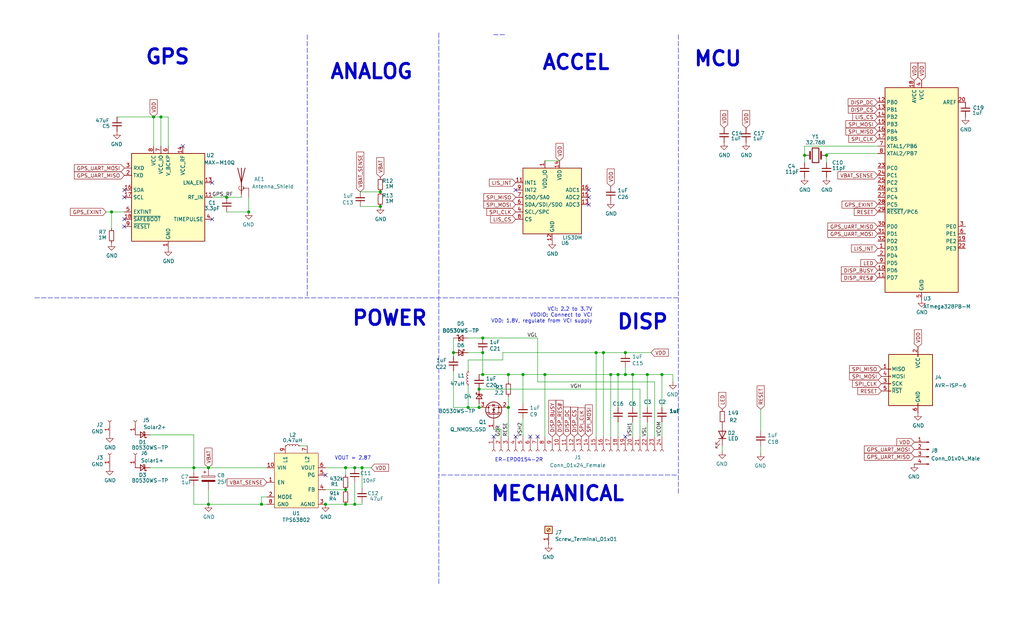
<source format=kicad_sch>
(kicad_sch (version 20211123) (generator eeschema)
  (paper "USLegal")
  (lib_symbols
    (symbol "Connector:AVR-ISP-6" (pin_names (offset 1.016))
      (property "Reference" "J" (at -6.35 11.43 0))
      (property "Value" "AVR-ISP-6" (at 0 11.43 0))
      (symbol "AVR-ISP-6_1_1"
        (pin passive line (at 10.16 5.08 180) (length 2.54) (name "MISO") (number "1"))
        (pin passive line (at -2.54 12.7 270) (length 2.54) (name "VCC") (number "2"))
        (pin passive line (at 10.16 0 180) (length 2.54) (name "SCK") (number "3"))
        (pin passive line (at 10.16 2.54 180) (length 2.54) (name "MOSI") (number "4"))
        (pin passive line (at 10.16 -2.54 180) (length 2.54) (name "~{RST}") (number "5"))
        (pin passive line (at -2.54 -10.16 90) (length 2.54) (name "GND") (number "6"))
      )
    )
    (symbol "Connector:Conn_01x01_Female" (pin_names (offset 1.016) hide)
      (property "Reference" "J" (at 0 2.54 0))
      (property "Value" "Conn_01x01_Female" (at 0 -2.54 0))
      (symbol "Conn_01x01_Female_1_1"
        (pin passive line (at -5.08 0 0) (length 3.81) (name "Pin_1") (number "1"))
      )
    )
    (symbol "Connector:Conn_01x04_Male" (pin_names (offset 1.016) hide)
      (property "Reference" "J" (at 0 5.08 0))
      (property "Value" "Conn_01x04_Male" (at 0 -7.62 0))
      (symbol "Conn_01x04_Male_1_1"
        (pin passive line (at 5.08 2.54 180) (length 3.81) (name "Pin_1") (number "1"))
        (pin passive line (at 5.08 0 180) (length 3.81) (name "Pin_2") (number "2"))
        (pin passive line (at 5.08 -2.54 180) (length 3.81) (name "Pin_3") (number "3"))
        (pin passive line (at 5.08 -5.08 180) (length 3.81) (name "Pin_4") (number "4"))
      )
    )
    (symbol "Connector:Conn_01x24_Female" (pin_names (offset 1.016) hide)
      (property "Reference" "J" (at 0 30.48 0))
      (property "Value" "Conn_01x24_Female" (at 0 -33.02 0))
      (symbol "Conn_01x24_Female_1_1"
        (pin passive line (at -5.08 27.94 0) (length 3.81) (name "Pin_1") (number "1"))
        (pin passive line (at -5.08 5.08 0) (length 3.81) (name "Pin_10") (number "10"))
        (pin passive line (at -5.08 2.54 0) (length 3.81) (name "Pin_11") (number "11"))
        (pin passive line (at -5.08 0 0) (length 3.81) (name "Pin_12") (number "12"))
        (pin passive line (at -5.08 -2.54 0) (length 3.81) (name "Pin_13") (number "13"))
        (pin passive line (at -5.08 -5.08 0) (length 3.81) (name "Pin_14") (number "14"))
        (pin passive line (at -5.08 -7.62 0) (length 3.81) (name "Pin_15") (number "15"))
        (pin passive line (at -5.08 -10.16 0) (length 3.81) (name "Pin_16") (number "16"))
        (pin passive line (at -5.08 -12.7 0) (length 3.81) (name "Pin_17") (number "17"))
        (pin passive line (at -5.08 -15.24 0) (length 3.81) (name "Pin_18") (number "18"))
        (pin passive line (at -5.08 -17.78 0) (length 3.81) (name "Pin_19") (number "19"))
        (pin passive line (at -5.08 25.4 0) (length 3.81) (name "Pin_2") (number "2"))
        (pin passive line (at -5.08 -20.32 0) (length 3.81) (name "Pin_20") (number "20"))
        (pin passive line (at -5.08 -22.86 0) (length 3.81) (name "Pin_21") (number "21"))
        (pin passive line (at -5.08 -25.4 0) (length 3.81) (name "Pin_22") (number "22"))
        (pin passive line (at -5.08 -27.94 0) (length 3.81) (name "Pin_23") (number "23"))
        (pin passive line (at -5.08 -30.48 0) (length 3.81) (name "Pin_24") (number "24"))
        (pin passive line (at -5.08 22.86 0) (length 3.81) (name "Pin_3") (number "3"))
        (pin passive line (at -5.08 20.32 0) (length 3.81) (name "Pin_4") (number "4"))
        (pin passive line (at -5.08 17.78 0) (length 3.81) (name "Pin_5") (number "5"))
        (pin passive line (at -5.08 15.24 0) (length 3.81) (name "Pin_6") (number "6"))
        (pin passive line (at -5.08 12.7 0) (length 3.81) (name "Pin_7") (number "7"))
        (pin passive line (at -5.08 10.16 0) (length 3.81) (name "Pin_8") (number "8"))
        (pin passive line (at -5.08 7.62 0) (length 3.81) (name "Pin_9") (number "9"))
      )
    )
    (symbol "Connector:Screw_Terminal_01x01" (pin_names (offset 1.016) hide)
      (property "Reference" "J" (at 0 2.54 0))
      (property "Value" "Screw_Terminal_01x01" (at 0 -2.54 0))
      (symbol "Screw_Terminal_01x01_1_1"
        (pin passive line (at -5.08 0 0) (length 3.81) (name "Pin_1") (number "1"))
      )
    )
    (symbol "Device:Antenna_Shield" (pin_numbers hide) (pin_names (offset 1.016) hide)
      (property "Reference" "AE" (at -1.905 4.445 0))
      (property "Value" "Antenna_Shield" (at -1.905 2.54 0))
      (symbol "Antenna_Shield_1_1"
        (pin input line (at 0 -5.08 90) (length 2.54) (name "A") (number "1"))
        (pin input line (at 2.54 -5.08 90) (length 2.54) (name "Shield") (number "2"))
      )
    )
    (symbol "Device:CP" (pin_numbers hide) (pin_names (offset 0.254))
      (property "Reference" "C" (at 0.635 2.54 0))
      (property "Value" "Device_CP" (at 0.635 -2.54 0))
      (symbol "CP_1_1"
        (pin passive line (at 0 3.81 270) (length 2.794) (name "~") (number "1"))
        (pin passive line (at 0 -3.81 90) (length 2.794) (name "~") (number "2"))
      )
    )
    (symbol "Device:C_Small" (pin_numbers hide) (pin_names (offset 0.254) hide)
      (property "Reference" "C" (at 0.254 1.778 0))
      (property "Value" "C_Small" (at 0.254 -2.032 0))
      (symbol "C_Small_1_1"
        (pin passive line (at 0 2.54 270) (length 2.032) (name "~") (number "1"))
        (pin passive line (at 0 -2.54 90) (length 2.032) (name "~") (number "2"))
      )
    )
    (symbol "Device:Crystal" (pin_numbers hide) (pin_names (offset 1.016) hide)
      (property "Reference" "Y" (at 0 3.81 0))
      (property "Value" "Crystal" (at 0 -3.81 0))
      (symbol "Crystal_1_1"
        (pin passive line (at -3.81 0 0) (length 1.27) (name "1") (number "1"))
        (pin passive line (at 3.81 0 180) (length 1.27) (name "2") (number "2"))
      )
    )
    (symbol "Device:D_Schottky_Small" (pin_numbers hide) (pin_names (offset 0.254) hide)
      (property "Reference" "D" (at -1.27 2.032 0))
      (property "Value" "D_Schottky_Small" (at -7.112 -2.032 0))
      (symbol "D_Schottky_Small_1_1"
        (pin passive line (at -2.54 0 0) (length 1.778) (name "K") (number "1"))
        (pin passive line (at 2.54 0 180) (length 1.778) (name "A") (number "2"))
      )
    )
    (symbol "Device:LED" (pin_numbers hide) (pin_names (offset 1.016) hide)
      (property "Reference" "D" (at 0 2.54 0))
      (property "Value" "LED" (at 0 -2.54 0))
      (symbol "LED_1_1"
        (pin passive line (at -3.81 0 0) (length 2.54) (name "K") (number "1"))
        (pin passive line (at 3.81 0 180) (length 2.54) (name "A") (number "2"))
      )
    )
    (symbol "Device:L_Small" (pin_numbers hide) (pin_names (offset 0.254) hide)
      (property "Reference" "L" (at 0.762 1.016 0))
      (property "Value" "L_Small" (at 0.762 -1.016 0))
      (symbol "L_Small_1_1"
        (pin passive line (at 0 2.54 270) (length 0.508) (name "~") (number "1"))
        (pin passive line (at 0 -2.54 90) (length 0.508) (name "~") (number "2"))
      )
    )
    (symbol "Device:Q_NMOS_GSD" (pin_names (offset 0) hide)
      (property "Reference" "Q" (at 5.08 1.27 0))
      (property "Value" "Q_NMOS_GSD" (at 5.08 -1.27 0))
      (symbol "Q_NMOS_GSD_1_1"
        (pin input line (at -5.08 0 0) (length 2.54) (name "G") (number "1"))
        (pin passive line (at 2.54 -5.08 90) (length 2.54) (name "S") (number "2"))
        (pin passive line (at 2.54 5.08 270) (length 2.54) (name "D") (number "3"))
      )
    )
    (symbol "Device:R_Small" (pin_numbers hide) (pin_names (offset 0.254) hide)
      (property "Reference" "R" (at 0.762 0.508 0))
      (property "Value" "R_Small" (at 0.762 -1.016 0))
      (symbol "R_Small_1_1"
        (pin passive line (at 0 2.54 270) (length 0.762) (name "~") (number "1"))
        (pin passive line (at 0 -2.54 90) (length 0.762) (name "~") (number "2"))
      )
    )
    (symbol "MCU_Microchip_ATmega:ATmega328PB-M"
      (property "Reference" "U" (at -12.7 36.83 0))
      (property "Value" "ATmega328PB-M" (at 2.54 -36.83 0))
      (symbol "ATmega328PB-M_1_1"
        (pin bidirectional line (at 15.24 -20.32 180) (length 2.54) (name "PD3") (number "1"))
        (pin bidirectional line (at 15.24 -27.94 180) (length 2.54) (name "PD6") (number "10"))
        (pin bidirectional line (at 15.24 -30.48 180) (length 2.54) (name "PD7") (number "11"))
        (pin bidirectional line (at 15.24 30.48 180) (length 2.54) (name "PB0") (number "12"))
        (pin bidirectional line (at 15.24 27.94 180) (length 2.54) (name "PB1") (number "13"))
        (pin bidirectional line (at 15.24 25.4 180) (length 2.54) (name "PB2") (number "14"))
        (pin bidirectional line (at 15.24 22.86 180) (length 2.54) (name "PB3") (number "15"))
        (pin bidirectional line (at 15.24 20.32 180) (length 2.54) (name "PB4") (number "16"))
        (pin bidirectional line (at 15.24 17.78 180) (length 2.54) (name "PB5") (number "17"))
        (pin power_in line (at 2.54 38.1 270) (length 2.54) (name "AVCC") (number "18"))
        (pin bidirectional line (at -15.24 -17.78 0) (length 2.54) (name "PE2") (number "19"))
        (pin bidirectional line (at 15.24 -22.86 180) (length 2.54) (name "PD4") (number "2"))
        (pin passive line (at -15.24 30.48 0) (length 2.54) (name "AREF") (number "20"))
        (pin passive line (at 0 -38.1 90) (length 2.54) hide (name "GND") (number "21"))
        (pin bidirectional line (at -15.24 -20.32 0) (length 2.54) (name "PE3") (number "22"))
        (pin bidirectional line (at 15.24 7.62 180) (length 2.54) (name "PC0") (number "23"))
        (pin bidirectional line (at 15.24 5.08 180) (length 2.54) (name "PC1") (number "24"))
        (pin bidirectional line (at 15.24 2.54 180) (length 2.54) (name "PC2") (number "25"))
        (pin bidirectional line (at 15.24 0 180) (length 2.54) (name "PC3") (number "26"))
        (pin bidirectional line (at 15.24 -2.54 180) (length 2.54) (name "PC4") (number "27"))
        (pin bidirectional line (at 15.24 -5.08 180) (length 2.54) (name "PC5") (number "28"))
        (pin bidirectional line (at 15.24 -7.62 180) (length 2.54) (name "~{RESET}/PC6") (number "29"))
        (pin bidirectional line (at -15.24 -12.7 0) (length 2.54) (name "PE0") (number "3"))
        (pin bidirectional line (at 15.24 -12.7 180) (length 2.54) (name "PD0") (number "30"))
        (pin bidirectional line (at 15.24 -15.24 180) (length 2.54) (name "PD1") (number "31"))
        (pin bidirectional line (at 15.24 -17.78 180) (length 2.54) (name "PD2") (number "32"))
        (pin passive line (at 0 -38.1 90) (length 2.54) hide (name "GND") (number "33"))
        (pin power_in line (at 0 38.1 270) (length 2.54) (name "VCC") (number "4"))
        (pin power_in line (at 0 -38.1 90) (length 2.54) (name "GND") (number "5"))
        (pin bidirectional line (at -15.24 -15.24 0) (length 2.54) (name "PE1") (number "6"))
        (pin bidirectional line (at 15.24 15.24 180) (length 2.54) (name "XTAL1/PB6") (number "7"))
        (pin bidirectional line (at 15.24 12.7 180) (length 2.54) (name "XTAL2/PB7") (number "8"))
        (pin bidirectional line (at 15.24 -25.4 180) (length 2.54) (name "PD5") (number "9"))
      )
    )
    (symbol "RF_GPS:MAX-M8Q"
      (property "Reference" "U" (at -10.16 16.51 0))
      (property "Value" "MAX-M8Q" (at 11.43 16.51 0))
      (symbol "MAX-M8Q_1_1"
        (pin power_in line (at 0 -17.78 90) (length 2.54) (name "GND") (number "1"))
        (pin passive line (at 0 -17.78 90) (length 2.54) hide (name "GND") (number "10"))
        (pin input line (at 15.24 0 180) (length 2.54) (name "RF_IN") (number "11"))
        (pin passive line (at 0 -17.78 90) (length 2.54) hide (name "GND") (number "12"))
        (pin output line (at 15.24 5.08 180) (length 2.54) (name "LNA_EN") (number "13"))
        (pin power_out line (at 5.08 17.78 270) (length 2.54) (name "VCC_RF") (number "14"))
        (pin no_connect line (at 12.7 -5.08 180) (length 2.54) hide (name "Reserved") (number "15"))
        (pin bidirectional line (at -15.24 2.54 0) (length 2.54) (name "SDA") (number "16"))
        (pin input line (at -15.24 0 0) (length 2.54) (name "SCL") (number "17"))
        (pin input line (at -15.24 -7.62 0) (length 2.54) (name "~{SAFEBOOT}") (number "18"))
        (pin output line (at -15.24 7.62 0) (length 2.54) (name "TXD") (number "2"))
        (pin input line (at -15.24 10.16 0) (length 2.54) (name "RXD") (number "3"))
        (pin output line (at 15.24 -7.62 180) (length 2.54) (name "TIMEPULSE") (number "4"))
        (pin input line (at -15.24 -5.08 0) (length 2.54) (name "EXTINT") (number "5"))
        (pin power_in line (at 0 17.78 270) (length 2.54) (name "V_BCKP") (number "6"))
        (pin power_in line (at -2.54 17.78 270) (length 2.54) (name "VCC_IO") (number "7"))
        (pin power_in line (at -5.08 17.78 270) (length 2.54) (name "VCC") (number "8"))
        (pin input line (at -15.24 -10.16 0) (length 2.54) (name "~{RESET}") (number "9"))
      )
    )
    (symbol "Sensor_Motion:LIS3DH"
      (property "Reference" "U" (at -7.62 11.43 0))
      (property "Value" "LIS3DH" (at 6.35 11.43 0))
      (symbol "LIS3DH_1_1"
        (pin power_in line (at -2.54 12.7 270) (length 2.54) (name "VDD_IO") (number "1"))
        (pin passive line (at 0 -15.24 90) (length 2.54) hide (name "GND") (number "10"))
        (pin output line (at -12.7 5.08 0) (length 2.54) (name "INT1") (number "11"))
        (pin power_in line (at 0 -15.24 90) (length 2.54) (name "GND") (number "12"))
        (pin input line (at 12.7 -2.54 180) (length 2.54) (name "ADC3") (number "13"))
        (pin power_in line (at 2.54 12.7 270) (length 2.54) (name "VDD") (number "14"))
        (pin input line (at 12.7 0 180) (length 2.54) (name "ADC2") (number "15"))
        (pin input line (at 12.7 2.54 180) (length 2.54) (name "ADC1") (number "16"))
        (pin no_connect line (at 10.16 5.08 180) (length 2.54) hide (name "NC") (number "2"))
        (pin no_connect line (at 10.16 7.62 180) (length 2.54) hide (name "NC") (number "3"))
        (pin input line (at -12.7 -5.08 0) (length 2.54) (name "SCL/SPC") (number "4"))
        (pin passive line (at 0 -15.24 90) (length 2.54) hide (name "GND") (number "5"))
        (pin bidirectional line (at -12.7 -2.54 0) (length 2.54) (name "SDA/SDI/SDO") (number "6"))
        (pin bidirectional line (at -12.7 0 0) (length 2.54) (name "SDO/SA0") (number "7"))
        (pin input line (at -12.7 -7.62 0) (length 2.54) (name "CS") (number "8"))
        (pin output line (at -12.7 2.54 0) (length 2.54) (name "INT2") (number "9"))
      )
    )
    (symbol "SolarGPS-rescue:TPS63802-VeridianDesigns" (pin_names (offset 1.016))
      (property "Reference" "U" (at -10.16 24.13 0))
      (property "Value" "TPS63802-VeridianDesigns" (at -6.35 26.67 0))
      (symbol "TPS63802-VeridianDesigns_1_1"
        (pin input line (at -2.54 8.89 0) (length 2.54) (name "EN") (number "1"))
        (pin input line (at -2.54 13.97 0) (length 2.54) (name "VIN") (number "10"))
        (pin input line (at -2.54 3.81 0) (length 2.54) (name "MODE") (number "2"))
        (pin input line (at 17.78 1.27 180) (length 2.54) (name "AGND") (number "3"))
        (pin input line (at 17.78 6.35 180) (length 2.54) (name "FB") (number "4"))
        (pin input line (at 17.78 11.43 180) (length 2.54) (name "PG") (number "5"))
        (pin input line (at 17.78 13.97 180) (length 2.54) (name "VOUT") (number "6"))
        (pin input line (at 11.43 21.59 270) (length 2.54) (name "L2") (number "7"))
        (pin input line (at -2.54 1.27 0) (length 2.54) (name "GND") (number "8"))
        (pin input line (at 3.81 21.59 270) (length 2.54) (name "L1") (number "9"))
      )
    )
    (symbol "power:GND" (power) (pin_names (offset 0))
      (property "Value" "GND" (at 0 -3.81 0))
      (symbol "GND_1_1"
        (pin power_in line (at 0 0 270) (length 0) hide (name "GND") (number "1"))
      )
    )
  )
  (junction (at 90.805 175.26))
  (junction (at 176.53 141.605))
  (junction (at 229.87 130.175))
  (junction (at 217.17 130.175))
  (junction (at 123.19 162.56))
  (junction (at 120.015 170.18))
  (junction (at 157.48 122.555))
  (junction (at 167.64 122.555))
  (junction (at 38.735 73.66))
  (junction (at 120.015 162.56))
  (junction (at 53.34 40.64))
  (junction (at 189.23 130.175))
  (junction (at 162.56 141.605))
  (junction (at 207.01 122.555))
  (junction (at 78.74 68.58))
  (junction (at 167.64 130.175))
  (junction (at 125.73 162.56))
  (junction (at 176.53 130.175))
  (junction (at 287.02 53.975))
  (junction (at 209.55 122.555))
  (junction (at 279.4 53.975))
  (junction (at 214.63 130.175))
  (junction (at 167.64 117.475))
  (junction (at 55.88 40.64))
  (junction (at 219.71 130.175))
  (junction (at 132.08 71.755))
  (junction (at 86.36 73.66))
  (junction (at 224.79 130.175))
  (junction (at 181.61 130.175))
  (junction (at 132.08 66.675))
  (junction (at 120.015 175.26))
  (junction (at 166.37 135.255))
  (junction (at 67.31 162.56))
  (junction (at 72.39 175.26))
  (junction (at 113.03 175.26))
  (junction (at 123.19 175.26))
  (junction (at 217.17 122.555))
  (junction (at 166.37 141.605))
  (junction (at 212.09 130.175))
  (junction (at 72.39 162.56))
  (no_connect (at 43.18 68.58))
  (no_connect (at 73.66 63.5))
  (no_connect (at 171.45 151.765))
  (no_connect (at 63.5 50.8))
  (no_connect (at 184.15 151.765))
  (no_connect (at 186.69 151.765))
  (no_connect (at 43.18 76.2))
  (no_connect (at 204.47 71.12))
  (no_connect (at 113.03 165.1))
  (no_connect (at 204.47 68.58))
  (no_connect (at 179.07 66.04))
  (no_connect (at 204.47 66.04))
  (no_connect (at 43.18 78.74))
  (no_connect (at 179.07 151.765))
  (no_connect (at 217.17 151.765))
  (no_connect (at 43.18 66.04))
  (no_connect (at 73.66 76.2))
  (wire (pts (xy 217.17 122.555) (xy 209.55 122.555)))
  (wire (pts (xy 174.625 122.555) (xy 174.625 125.095)))
  (wire (pts (xy 279.4 50.8) (xy 304.8 50.8)))
  (wire (pts (xy 233.68 130.175) (xy 229.87 130.175)))
  (wire (pts (xy 90.805 172.72) (xy 90.805 175.26)))
  (wire (pts (xy 186.69 132.715) (xy 227.33 132.715)))
  (wire (pts (xy 167.64 117.475) (xy 162.56 117.475)))
  (wire (pts (xy 128.905 162.56) (xy 125.73 162.56)))
  (wire (pts (xy 207.01 151.765) (xy 207.01 122.555)))
  (wire (pts (xy 209.55 122.555) (xy 207.01 122.555)))
  (wire (pts (xy 287.02 53.34) (xy 304.8 53.34)))
  (wire (pts (xy 123.19 162.56) (xy 120.015 162.56)))
  (wire (pts (xy 229.87 130.175) (xy 229.87 141.605)))
  (wire (pts (xy 250.825 156.845) (xy 250.825 154.94)))
  (wire (pts (xy 78.74 73.66) (xy 86.36 73.66)))
  (wire (pts (xy 173.99 149.225) (xy 173.99 151.765)))
  (wire (pts (xy 214.63 130.175) (xy 212.09 130.175)))
  (wire (pts (xy 166.37 141.605) (xy 166.37 140.335)))
  (wire (pts (xy 38.735 73.66) (xy 38.735 79.375)))
  (wire (pts (xy 207.01 122.555) (xy 174.625 122.555)))
  (wire (pts (xy 212.09 130.175) (xy 189.23 130.175)))
  (wire (pts (xy 171.45 149.225) (xy 173.99 149.225)))
  (wire (pts (xy 67.31 168.91) (xy 67.31 175.26)))
  (wire (pts (xy 176.53 130.175) (xy 176.53 132.715)))
  (wire (pts (xy 120.015 165.1) (xy 120.015 162.56)))
  (wire (pts (xy 219.71 130.175) (xy 217.17 130.175)))
  (wire (pts (xy 123.19 175.26) (xy 125.73 175.26)))
  (wire (pts (xy 157.48 117.475) (xy 157.48 122.555)))
  (wire (pts (xy 167.64 130.175) (xy 166.37 130.175)))
  (wire (pts (xy 233.68 130.175) (xy 233.68 132.715)))
  (wire (pts (xy 157.48 141.605) (xy 162.56 141.605)))
  (wire (pts (xy 36.83 73.66) (xy 38.735 73.66)))
  (wire (pts (xy 72.39 162.56) (xy 67.31 162.56)))
  (wire (pts (xy 181.61 130.175) (xy 181.61 140.335)))
  (wire (pts (xy 113.03 170.18) (xy 120.015 170.18)))
  (wire (pts (xy 167.64 122.555) (xy 162.56 122.555)))
  (wire (pts (xy 209.55 122.555) (xy 209.55 151.765)))
  (wire (pts (xy 53.34 40.64) (xy 40.64 40.64)))
  (polyline (pts (xy 12.065 103.505) (xy 235.585 103.505)))
  (wire (pts (xy 52.07 151.13) (xy 67.31 151.13)))
  (wire (pts (xy 120.015 175.26) (xy 123.19 175.26)))
  (wire (pts (xy 167.64 122.555) (xy 167.64 130.175)))
  (wire (pts (xy 125.73 169.545) (xy 125.73 162.56)))
  (wire (pts (xy 123.19 167.64) (xy 123.19 175.26)))
  (wire (pts (xy 58.42 50.8) (xy 58.42 40.64)))
  (wire (pts (xy 224.79 146.685) (xy 224.79 151.765)))
  (wire (pts (xy 186.69 117.475) (xy 167.64 117.475)))
  (wire (pts (xy 217.17 127.635) (xy 217.17 130.175)))
  (wire (pts (xy 264.16 142.24) (xy 264.16 149.86)))
  (wire (pts (xy 55.88 40.64) (xy 53.34 40.64)))
  (wire (pts (xy 219.71 130.175) (xy 219.71 141.605)))
  (wire (pts (xy 73.66 68.58) (xy 78.74 68.58)))
  (wire (pts (xy 186.69 117.475) (xy 186.69 132.715)))
  (wire (pts (xy 189.23 130.175) (xy 181.61 130.175)))
  (wire (pts (xy 264.16 154.94) (xy 264.16 157.48)))
  (polyline (pts (xy 234.95 165.1) (xy 152.4 165.1)))
  (wire (pts (xy 279.4 50.8) (xy 279.4 53.975)))
  (wire (pts (xy 90.805 175.26) (xy 92.71 175.26)))
  (wire (pts (xy 229.87 130.175) (xy 224.79 130.175)))
  (wire (pts (xy 227.33 151.765) (xy 227.33 132.715)))
  (wire (pts (xy 125.095 66.675) (xy 132.08 66.675)))
  (wire (pts (xy 86.36 73.66) (xy 86.36 68.58)))
  (wire (pts (xy 38.735 73.66) (xy 43.18 73.66)))
  (wire (pts (xy 72.39 162.56) (xy 92.71 162.56)))
  (wire (pts (xy 52.07 162.56) (xy 67.31 162.56)))
  (wire (pts (xy 67.31 151.13) (xy 67.31 162.56)))
  (wire (pts (xy 53.34 40.64) (xy 53.34 50.8)))
  (wire (pts (xy 90.805 172.72) (xy 92.71 172.72)))
  (wire (pts (xy 113.03 175.26) (xy 120.015 175.26)))
  (wire (pts (xy 219.71 146.685) (xy 219.71 151.765)))
  (polyline (pts (xy 235.585 171.45) (xy 235.585 12.065)))
  (polyline (pts (xy 152.4 11.43) (xy 152.4 203.2)))
  (wire (pts (xy 214.63 130.175) (xy 214.63 141.605)))
  (polyline (pts (xy 106.68 12.065) (xy 106.68 103.505)))
  (wire (pts (xy 217.17 130.175) (xy 214.63 130.175)))
  (wire (pts (xy 181.61 130.175) (xy 176.53 130.175)))
  (wire (pts (xy 189.23 130.175) (xy 189.23 151.765)))
  (wire (pts (xy 58.42 40.64) (xy 55.88 40.64)))
  (wire (pts (xy 157.48 128.905) (xy 157.48 141.605)))
  (wire (pts (xy 222.25 135.255) (xy 222.25 151.765)))
  (wire (pts (xy 162.56 125.095) (xy 162.56 128.905)))
  (polyline (pts (xy 175.26 12.065) (xy 171.45 12.065)))
  (wire (pts (xy 229.87 146.685) (xy 229.87 151.765)))
  (wire (pts (xy 287.02 53.975) (xy 287.02 56.515)))
  (wire (pts (xy 67.31 162.56) (xy 67.31 163.83)))
  (wire (pts (xy 167.64 130.175) (xy 176.53 130.175)))
  (wire (pts (xy 222.25 135.255) (xy 166.37 135.255)))
  (wire (pts (xy 226.06 122.555) (xy 217.17 122.555)))
  (wire (pts (xy 67.31 175.26) (xy 72.39 175.26)))
  (wire (pts (xy 287.02 53.34) (xy 287.02 53.975)))
  (wire (pts (xy 157.48 122.555) (xy 157.48 123.825)))
  (wire (pts (xy 279.4 53.975) (xy 279.4 56.515)))
  (wire (pts (xy 72.39 175.26) (xy 90.805 175.26)))
  (wire (pts (xy 120.015 162.56) (xy 113.03 162.56)))
  (wire (pts (xy 176.53 141.605) (xy 176.53 151.765)))
  (wire (pts (xy 212.09 130.175) (xy 212.09 151.765)))
  (wire (pts (xy 162.56 133.985) (xy 162.56 141.605)))
  (wire (pts (xy 166.37 141.605) (xy 162.56 141.605)))
  (wire (pts (xy 194.31 55.88) (xy 189.23 55.88)))
  (wire (pts (xy 72.39 170.18) (xy 72.39 175.26)))
  (wire (pts (xy 125.095 71.755) (xy 132.08 71.755)))
  (wire (pts (xy 181.61 145.415) (xy 181.61 151.765)))
  (wire (pts (xy 174.625 125.095) (xy 162.56 125.095)))
  (wire (pts (xy 78.74 68.58) (xy 83.82 68.58)))
  (wire (pts (xy 125.73 175.26) (xy 125.73 174.625)))
  (wire (pts (xy 125.73 162.56) (xy 123.19 162.56)))
  (wire (pts (xy 176.53 137.795) (xy 176.53 141.605)))
  (wire (pts (xy 214.63 146.685) (xy 214.63 151.765)))
  (wire (pts (xy 55.88 40.64) (xy 55.88 50.8)))
  (wire (pts (xy 224.79 130.175) (xy 219.71 130.175)))
  (wire (pts (xy 224.79 130.175) (xy 224.79 141.605)))
  (wire (pts (xy 104.14 154.94) (xy 106.68 154.94)))
  (text "GPS" (at 50.165 22.86 0) (effects (font (size 5.0038 5.0038) (thickness 1.0008) bold) (justify left bottom)))
  (text "MCU" (at 240.665 23.495 0) (effects (font (size 5.0038 5.0038) (thickness 1.0008) bold) (justify left bottom)))
  (text "ACCEL" (at 187.96 24.765 0) (effects (font (size 5.0038 5.0038) (thickness 1.0008) bold) (justify left bottom)))
  (text "ER-EPD0154-2R" (at 188.595 160.655 180) (effects (font (size 1.27 1.27)) (justify right bottom)))
  (text "VOUT = 2.87" (at 116.205 160.02 0) (effects (font (size 1.27 1.27)) (justify left bottom)))
  (text "DISP" (at 232.41 114.935 180) (effects (font (size 5.0038 5.0038) (thickness 1.0008) bold) (justify right bottom)))
  (text "POWER" (at 121.92 113.665 0) (effects (font (size 5.0038 5.0038) (thickness 1.0008) bold) (justify left bottom)))
  (text "ANALOG" (at 114.3 27.94 0) (effects (font (size 5.0038 5.0038) (thickness 1.0008) bold) (justify left bottom)))
  (text "MECHANICAL" (at 170.18 174.625 0) (effects (font (size 5.0038 5.0038) (thickness 1.0008) bold) (justify left bottom)))
  (text "VCI: 2.2 to 3.7V\nVDDIO: Connect to VCI\nVDD: 1.8V, regulate from VCI supply" (at 205.74 112.395 0) (effects (font (size 1.27 1.27)) (justify right bottom)))
  (label "VSL" (at 224.79 151.765 90))
  (label "VSH2" (at 181.61 151.765 90))
  (label "GPS_RF" (at 73.66 68.58 0))
  (label "VCOM" (at 229.87 151.765 90))
  (label "GDR" (at 173.99 151.765 90))
  (label "VGL" (at 186.69 117.475 180))
  (label "RESE" (at 176.53 151.765 90))
  (label "VSH1" (at 219.71 151.765 90))
  (label "VGH" (at 201.93 135.255 180))
  (global_label "SPI_MOSI" (shape input) (at 179.07 71.12 180) (property "Intersheet References" "${INTERSHEET_REFS}" (effects hide)))
  (global_label "VBAT_SENSE" (shape input) (at 125.095 66.675 90) (property "Intersheet References" "${INTERSHEET_REFS}" (effects hide)))
  (global_label "VBAT" (shape input) (at 72.39 162.56 90) (property "Intersheet References" "${INTERSHEET_REFS}" (effects hide)))
  (global_label "GPS_UART_MOSI" (shape input) (at 304.8 81.28 180) (property "Intersheet References" "${INTERSHEET_REFS}" (effects hide)))
  (global_label "SPI_MOSI" (shape input) (at 204.47 151.765 90) (property "Intersheet References" "${INTERSHEET_REFS}" (effects hide)))
  (global_label "LED" (shape input) (at 304.8 91.44 180) (property "Intersheet References" "${INTERSHEET_REFS}" (effects hide)))
  (global_label "SPI_MISO" (shape input) (at 304.8 45.72 180) (property "Intersheet References" "${INTERSHEET_REFS}" (effects hide)))
  (global_label "VDD" (shape input) (at 53.34 40.64 90) (property "Intersheet References" "${INTERSHEET_REFS}" (effects hide)))
  (global_label "LIS_CS" (shape input) (at 304.8 40.64 180) (property "Intersheet References" "${INTERSHEET_REFS}" (effects hide)))
  (global_label "GPS_UART_MISO" (shape input) (at 317.5 158.75 180) (property "Intersheet References" "${INTERSHEET_REFS}" (effects hide)))
  (global_label "DISP_CS" (shape input) (at 304.8 38.1 180) (property "Intersheet References" "${INTERSHEET_REFS}" (effects hide)))
  (global_label "VDD" (shape input) (at 317.5 153.67 180) (property "Intersheet References" "${INTERSHEET_REFS}" (effects hide)))
  (global_label "VDD" (shape input) (at 318.77 120.65 90) (property "Intersheet References" "${INTERSHEET_REFS}" (effects hide)))
  (global_label "DISP_DC" (shape input) (at 196.85 151.765 90) (property "Intersheet References" "${INTERSHEET_REFS}" (effects hide)))
  (global_label "GPS_UART_MOSI" (shape input) (at 43.18 58.42 180) (property "Intersheet References" "${INTERSHEET_REFS}" (effects hide)))
  (global_label "GPS_UART_MISO" (shape input) (at 43.18 60.96 180) (property "Intersheet References" "${INTERSHEET_REFS}" (effects hide)))
  (global_label "LIS_INT" (shape input) (at 304.8 86.36 180) (property "Intersheet References" "${INTERSHEET_REFS}" (effects hide)))
  (global_label "VDD" (shape input) (at 320.04 27.94 90) (property "Intersheet References" "${INTERSHEET_REFS}" (effects hide)))
  (global_label "SPI_MISO" (shape input) (at 179.07 68.58 180) (property "Intersheet References" "${INTERSHEET_REFS}" (effects hide)))
  (global_label "VBAT_SENSE" (shape input) (at 92.71 167.64 180) (property "Intersheet References" "${INTERSHEET_REFS}" (effects hide)))
  (global_label "SPI_CLK" (shape input) (at 306.07 133.35 180) (property "Intersheet References" "${INTERSHEET_REFS}" (effects hide)))
  (global_label "DISP_BUSY" (shape input) (at 304.8 93.98 180) (property "Intersheet References" "${INTERSHEET_REFS}" (effects hide)))
  (global_label "RESET" (shape input) (at 306.07 135.89 180) (property "Intersheet References" "${INTERSHEET_REFS}" (effects hide)))
  (global_label "DISP_CS" (shape input) (at 199.39 151.765 90) (property "Intersheet References" "${INTERSHEET_REFS}" (effects hide)))
  (global_label "GPS_UART_MOSI" (shape input) (at 317.5 156.21 180) (property "Intersheet References" "${INTERSHEET_REFS}" (effects hide)))
  (global_label "VBAT" (shape input) (at 132.08 61.595 90) (property "Intersheet References" "${INTERSHEET_REFS}" (effects hide)))
  (global_label "DISP_RES#" (shape input) (at 304.8 96.52 180) (property "Intersheet References" "${INTERSHEET_REFS}" (effects hide)))
  (global_label "VDD" (shape input) (at 128.905 162.56 0) (property "Intersheet References" "${INTERSHEET_REFS}" (effects hide)))
  (global_label "GPS_EXINT" (shape input) (at 304.8 71.12 180) (property "Intersheet References" "${INTERSHEET_REFS}" (effects hide)))
  (global_label "VDD" (shape input) (at 259.08 44.45 90) (property "Intersheet References" "${INTERSHEET_REFS}" (effects hide)))
  (global_label "LED" (shape input) (at 250.825 142.24 90) (property "Intersheet References" "${INTERSHEET_REFS}" (effects hide)))
  (global_label "SPI_CLK" (shape input) (at 179.07 73.66 180) (property "Intersheet References" "${INTERSHEET_REFS}" (effects hide)))
  (global_label "SPI_CLK" (shape input) (at 201.93 151.765 90) (property "Intersheet References" "${INTERSHEET_REFS}" (effects hide)))
  (global_label "SPI_MISO" (shape input) (at 306.07 128.27 180) (property "Intersheet References" "${INTERSHEET_REFS}" (effects hide)))
  (global_label "VDD" (shape input) (at 251.46 44.45 90) (property "Intersheet References" "${INTERSHEET_REFS}" (effects hide)))
  (global_label "DISP_BUSY" (shape input) (at 191.77 151.765 90) (property "Intersheet References" "${INTERSHEET_REFS}" (effects hide)))
  (global_label "VDD" (shape input) (at 194.31 55.88 90) (property "Intersheet References" "${INTERSHEET_REFS}" (effects hide)))
  (global_label "LIS_CS" (shape input) (at 179.07 76.2 180) (property "Intersheet References" "${INTERSHEET_REFS}" (effects hide)))
  (global_label "VBAT_SENSE" (shape input) (at 304.8 60.96 180) (property "Intersheet References" "${INTERSHEET_REFS}" (effects hide)))
  (global_label "RESET" (shape input) (at 264.16 142.24 90) (property "Intersheet References" "${INTERSHEET_REFS}" (effects hide)))
  (global_label "GPS_EXINT" (shape input) (at 36.83 73.66 180) (property "Intersheet References" "${INTERSHEET_REFS}" (effects hide)))
  (global_label "SPI_CLK" (shape input) (at 304.8 48.26 180) (property "Intersheet References" "${INTERSHEET_REFS}" (effects hide)))
  (global_label "SPI_MOSI" (shape input) (at 306.07 130.81 180) (property "Intersheet References" "${INTERSHEET_REFS}" (effects hide)))
  (global_label "SPI_MOSI" (shape input) (at 304.8 43.18 180) (property "Intersheet References" "${INTERSHEET_REFS}" (effects hide)))
  (global_label "DISP_DC" (shape input) (at 304.8 35.56 180) (property "Intersheet References" "${INTERSHEET_REFS}" (effects hide)))
  (global_label "VDD" (shape input) (at 317.5 27.94 90) (property "Intersheet References" "${INTERSHEET_REFS}" (effects hide)))
  (global_label "VDD" (shape input) (at 226.06 122.555 0) (property "Intersheet References" "${INTERSHEET_REFS}" (effects hide)))
  (global_label "DISP_RES#" (shape input) (at 194.31 151.765 90) (property "Intersheet References" "${INTERSHEET_REFS}" (effects hide)))
  (global_label "RESET" (shape input) (at 304.8 73.66 180) (property "Intersheet References" "${INTERSHEET_REFS}" (effects hide)))
  (global_label "LIS_INT" (shape input) (at 179.07 63.5 180) (property "Intersheet References" "${INTERSHEET_REFS}" (effects hide)))
  (global_label "GPS_UART_MISO" (shape input) (at 304.8 78.74 180) (property "Intersheet References" "${INTERSHEET_REFS}" (effects hide)))
  (global_label "VDD" (shape input) (at 212.09 64.77 90) (property "Intersheet References" "${INTERSHEET_REFS}" (effects hide)))
  (symbol (lib_id "power:GND") (at 58.42 86.36 0) (unit 1)
    (property "Reference" "#PWR015" (effects hide))
    (property "Value" "GND" (at 58.547 90.7542 0))
  )
  (symbol (lib_id "Device:R_Small") (at 132.08 69.215 0) (mirror x) (unit 1)
    (property "Reference" "R13" (at 134.62 67.945 0))
    (property "Value" "1M" (at 135.255 69.85 0))
    (property "Footprint" "Resistor_SMD:R_0603_1608Metric" (effects hide))
  )
  (symbol (lib_id "power:GND") (at 132.08 71.755 0) (unit 1)
    (property "Reference" "#PWR010" (effects hide))
    (property "Value" "GND" (at 132.207 76.1492 0))
  )
  (symbol (lib_id "Device:R_Small") (at 132.08 64.135 0) (mirror x) (unit 1)
    (property "Reference" "R12" (at 134.62 62.865 0))
    (property "Value" "1M" (at 135.255 64.77 0))
    (property "Footprint" "Resistor_SMD:R_0603_1608Metric" (effects hide))
  )
  (symbol (lib_id "RF_GPS:MAX-M8Q") (at 58.42 68.58 0) (unit 1)
    (property "Reference" "U2" (at 73.025 53.975 0))
    (property "Value" "MAX-M10Q" (at 76.2 56.515 0))
    (property "Footprint" "RF_GPS:ublox_MAX" (effects hide))
    (property "Datasheet" "https://www.u-blox.com/sites/default/files/MAX-M8-FW3_DataSheet_%28UBX-15031506%29.pdf" (effects hide))
  )
  (symbol (lib_id "Sensor_Motion:LIS3DH") (at 191.77 68.58 0) (unit 1)
    (property "Reference" "U6" (at 196.215 84.455 0))
    (property "Value" "LIS3DH" (at 198.755 82.55 0))
    (property "Footprint" "Package_LGA:LGA-16_3x3mm_P0.5mm_LayoutBorder3x5y" (effects hide))
    (property "Datasheet" "https://www.st.com/resource/en/datasheet/cd00274221.pdf" (effects hide))
  )
  (symbol (lib_id "Device:C_Small") (at 212.09 67.31 0) (mirror x) (unit 1)
    (property "Reference" "C26" (at 214.4268 68.4784 0) (effects (justify left)))
    (property "Value" "1uF" (at 214.4268 66.167 0) (effects (justify left)))
    (property "Footprint" "Capacitor_SMD:C_0603_1608Metric" (effects hide))
  )
  (symbol (lib_id "power:GND") (at 191.77 83.82 0) (unit 1)
    (property "Reference" "#PWR0126" (effects hide))
    (property "Value" "GND" (at 191.897 88.2142 0))
  )
  (symbol (lib_id "power:GND") (at 212.09 69.85 0) (unit 1)
    (property "Reference" "#PWR0127" (effects hide))
    (property "Value" "GND" (at 212.217 74.2442 0))
  )
  (symbol (lib_id "Device:C_Small") (at 78.74 71.12 0) (mirror x) (unit 1)
    (property "Reference" "C1" (at 73.66 70.485 0))
    (property "Value" "3.3pF" (at 73.66 72.39 0))
    (property "Footprint" "Capacitor_SMD:C_0402_1005Metric" (effects hide))
  )
  (symbol (lib_id "power:GND") (at 320.04 104.14 0) (unit 1)
    (property "Reference" "#PWR0122" (effects hide))
    (property "Value" "GND" (at 320.167 108.5342 0))
  )
  (symbol (lib_id "Device:LED") (at 250.825 151.13 270) (mirror x) (unit 1)
    (property "Reference" "D2" (at 254 150.495 90))
    (property "Value" "LED" (at 254.635 152.4 90))
    (property "Footprint" "Diode_SMD:D_0805_2012Metric" (effects hide))
    (property "Part" "LS R976-NR-1" (effects hide))
  )
  (symbol (lib_id "power:GND") (at 250.825 156.845 0) (mirror y) (unit 1)
    (property "Reference" "#PWR0102" (effects hide))
    (property "Value" "GND" (at 250.698 161.2392 0))
  )
  (symbol (lib_id "Device:R_Small") (at 176.53 135.255 0) (unit 1)
    (property "Reference" "R3" (at 173.355 134.62 0))
    (property "Value" "2.2" (at 173.355 136.525 0))
    (property "Footprint" "Resistor_SMD:R_0603_1608Metric" (effects hide))
  )
  (symbol (lib_id "power:GND") (at 40.64 45.72 0) (mirror y) (unit 1)
    (property "Reference" "#PWR0114" (effects hide))
    (property "Value" "GND" (at 40.513 50.1142 0))
  )
  (symbol (lib_id "Device:C_Small") (at 181.61 142.875 0) (mirror x) (unit 1)
    (property "Reference" "C9" (at 183.9468 144.0434 0) (effects (justify left)))
    (property "Value" "1uF" (at 183.9468 141.732 0) (effects (justify left)))
    (property "Footprint" "Capacitor_SMD:C_0603_1608Metric" (effects hide))
  )
  (symbol (lib_id "Device:Antenna_Shield") (at 83.82 63.5 0) (unit 1)
    (property "Reference" "AE1" (at 88.2396 62.2554 0) (effects (justify left)))
    (property "Value" "Antenna_Shield" (at 87.4776 64.8208 0) (effects (justify left)))
    (property "Footprint" "RF_Antenna:Pulse_W3011" (effects hide))
    (property "Part" "W3011A" (effects hide))
  )
  (symbol (lib_id "power:GND") (at 86.36 73.66 0) (mirror y) (unit 1)
    (property "Reference" "#PWR0101" (effects hide))
    (property "Value" "GND" (at 86.233 78.0542 0))
  )
  (symbol (lib_id "Connector:Screw_Terminal_01x01") (at 190.5 184.15 90) (unit 1)
    (property "Reference" "J7" (at 192.7352 185.0644 90) (effects (justify right)))
    (property "Value" "Screw_Terminal_01x01" (at 192.7352 187.3758 90) (effects (justify right)))
    (property "Footprint" "Heliograph:M4_RA_7792" (effects hide))
    (property "Part" "7792" (effects hide))
    (property "Manufacture" "Keystone Electronics" (effects hide))
  )
  (symbol (lib_id "power:GND") (at 190.5 189.23 0) (mirror y) (unit 1)
    (property "Reference" "#PWR0125" (effects hide))
    (property "Value" "GND" (at 190.373 193.6242 0))
  )
  (symbol (lib_id "Device:C_Small") (at 217.17 125.095 0) (mirror x) (unit 1)
    (property "Reference" "C15" (at 219.5068 126.2634 0) (effects (justify left)))
    (property "Value" "1uF" (at 219.5068 123.952 0) (effects (justify left)))
    (property "Footprint" "Capacitor_SMD:C_0603_1608Metric" (effects hide))
  )
  (symbol (lib_id "Device:CP") (at 72.39 166.37 0) (unit 1)
    (property "Reference" "C8" (at 75.3872 165.2016 0) (effects (justify left)))
    (property "Value" "25F" (at 75.3872 167.513 0) (effects (justify left)))
    (property "Footprint" "Heliograph:TPLC3R8-25MR8X20" (effects hide))
    (property "Part" "TPLC3R8-25MR8X20" (effects hide))
  )
  (symbol (lib_id "Device:C_Small") (at 166.37 132.715 0) (mirror x) (unit 1)
    (property "Reference" "C20" (at 168.7068 133.8834 0) (effects (justify left)))
    (property "Value" "1uF" (at 168.7068 131.572 0) (effects (justify left)))
    (property "Footprint" "Capacitor_SMD:C_0603_1608Metric" (effects hide))
  )
  (symbol (lib_id "power:GND") (at 287.02 61.595 0) (unit 1)
    (property "Reference" "#PWR0110" (effects hide))
    (property "Value" "GND" (at 287.147 65.9892 0))
  )
  (symbol (lib_id "power:GND") (at 317.5 161.29 0) (mirror y) (unit 1)
    (property "Reference" "#PWR0112" (effects hide))
    (property "Value" "GND" (at 317.373 165.6842 0))
  )
  (symbol (lib_id "Device:C_Small") (at 279.4 59.055 0) (mirror y) (unit 1)
    (property "Reference" "C4" (at 276.225 57.785 0) (effects (justify left)))
    (property "Value" "11pF" (at 277.495 59.69 0) (effects (justify left)))
    (property "Footprint" "Capacitor_SMD:C_0603_1608Metric" (effects hide))
  )
  (symbol (lib_id "Device:C_Small") (at 224.79 144.145 0) (mirror x) (unit 1)
    (property "Reference" "C3" (at 223.52 139.7 0) (effects (justify left)))
    (property "Value" "1uF" (at 232.41 142.875 0) (effects (justify left)))
    (property "Footprint" "Capacitor_SMD:C_0603_1608Metric" (effects hide))
  )
  (symbol (lib_id "Device:C_Small") (at 125.095 69.215 180) (unit 1)
    (property "Reference" "C13" (at 122.7582 70.3834 0) (effects (justify left)))
    (property "Value" "1uF" (at 122.7582 68.072 0) (effects (justify left)))
    (property "Footprint" "Capacitor_SMD:C_0603_1608Metric" (effects hide))
  )
  (symbol (lib_id "Connector:Conn_01x24_Female") (at 199.39 156.845 90) (mirror x) (unit 1)
    (property "Reference" "J1" (at 200.66 158.9437 90))
    (property "Value" "Conn_01x24_Female" (at 200.66 161.7188 90))
    (property "Footprint" "Heliograph:ER-CON24HT-1" (effects hide))
  )
  (symbol (lib_id "Device:D_Schottky_Small") (at 166.37 137.795 90) (mirror x) (unit 1)
    (property "Reference" "D4" (at 163.83 137.795 90) (effects (justify left)))
    (property "Value" "B0530WS-TP" (at 165.1 142.875 90) (effects (justify left)))
    (property "Footprint" "Diode_SMD:D_SOD-323" (effects hide))
  )
  (symbol (lib_id "Connector:AVR-ISP-6") (at 316.23 133.35 0) (mirror y) (unit 1)
    (property "Reference" "J4" (at 324.612 131.1715 0) (effects (justify right)))
    (property "Value" "AVR-ISP-6" (at 324.612 133.9466 0) (effects (justify right)))
    (property "Footprint" "Connector_PinHeader_2.54mm:PinHeader_2x03_P2.54mm_Vertical" (effects hide))
    (property "Datasheet" " ~" (effects hide))
  )
  (symbol (lib_id "Connector:Conn_01x01_Female") (at 38.1 146.05 270) (mirror x) (unit 1)
    (property "Reference" "J2" (at 35.8648 147.6248 90) (effects (justify right)))
    (property "Value" "GND" (at 35.8648 149.9362 90) (effects (justify right)))
    (property "Footprint" "Connector_PinHeader_2.54mm:PinHeader_1x01_P2.54mm_Vertical" (effects hide))
  )
  (symbol (lib_id "Device:C_Small") (at 67.31 166.37 180) (unit 1)
    (property "Reference" "C7" (at 64.135 165.735 0))
    (property "Value" "1uF" (at 64.77 167.64 0))
    (property "Footprint" "Capacitor_SMD:C_0603_1608Metric" (effects hide))
  )
  (symbol (lib_id "Connector:Conn_01x01_Female") (at 46.99 157.48 90) (unit 1)
    (property "Reference" "J6" (at 48.895 157.48 90) (effects (justify right)))
    (property "Value" "Solar1+" (at 48.895 160.02 90) (effects (justify right)))
    (property "Footprint" "Connector_PinHeader_2.54mm:PinHeader_1x01_P2.54mm_Vertical" (effects hide))
  )
  (symbol (lib_id "Device:C_Small") (at 229.87 144.145 0) (mirror x) (unit 1)
    (property "Reference" "C2" (at 228.6 139.7 0) (effects (justify left)))
    (property "Value" "1uF" (at 232.41 142.875 0) (effects (justify left)))
    (property "Footprint" "Capacitor_SMD:C_0603_1608Metric" (effects hide))
  )
  (symbol (lib_id "Device:C_Small") (at 219.71 144.145 180) (unit 1)
    (property "Reference" "C6" (at 220.98 140.335 0) (effects (justify left)))
    (property "Value" "1uF" (at 236.22 142.875 0) (effects (justify left)))
    (property "Footprint" "Capacitor_SMD:C_0603_1608Metric" (effects hide))
  )
  (symbol (lib_id "Device:R_Small") (at 38.735 81.915 0) (mirror x) (unit 1)
    (property "Reference" "R7" (at 35.56 80.645 0))
    (property "Value" "1M" (at 35.56 82.55 0))
    (property "Footprint" "Resistor_SMD:R_0603_1608Metric" (effects hide))
  )
  (symbol (lib_id "Device:Crystal") (at 283.21 53.975 0) (mirror y) (unit 1)
    (property "Reference" "Y1" (at 283.21 47.4431 0))
    (property "Value" "32.768" (at 283.21 49.53 0))
    (property "Footprint" "Crystal:Crystal_SMD_3215-2Pin_3.2x1.5mm" (effects hide))
    (property "Part" "SC32S-7PF20PPM" (effects hide))
  )
  (symbol (lib_id "Device:C_Small") (at 123.19 165.1 0) (mirror x) (unit 1)
    (property "Reference" "C11" (at 127 164.465 0))
    (property "Value" "10nF" (at 128.27 167.005 0))
    (property "Footprint" "Capacitor_SMD:C_0603_1608Metric" (effects hide))
  )
  (symbol (lib_id "power:GND") (at 38.1 162.56 0) (unit 1)
    (property "Reference" "#PWR0105" (effects hide))
    (property "Value" "GND" (at 38.227 166.9542 0))
  )
  (symbol (lib_id "Device:C_Small") (at 264.16 152.4 0) (mirror x) (unit 1)
    (property "Reference" "C18" (at 266.4968 153.5684 0) (effects (justify left)))
    (property "Value" "1uF" (at 266.4968 151.257 0) (effects (justify left)))
    (property "Footprint" "Capacitor_SMD:C_0603_1608Metric" (effects hide))
  )
  (symbol (lib_id "Device:C_Small") (at 287.02 59.055 0) (unit 1)
    (property "Reference" "C10" (at 288.925 56.515 0) (effects (justify left)))
    (property "Value" "11pF" (at 288.925 58.42 0) (effects (justify left)))
    (property "Footprint" "Capacitor_SMD:C_0603_1608Metric" (effects hide))
  )
  (symbol (lib_id "Device:R_Small") (at 120.015 167.64 180) (unit 1)
    (property "Reference" "R1" (at 116.205 168.275 0))
    (property "Value" "432k" (at 116.84 166.37 0))
    (property "Footprint" "Resistor_SMD:R_0603_1608Metric" (effects hide))
  )
  (symbol (lib_id "Device:C_Small") (at 40.64 43.18 0) (mirror y) (unit 1)
    (property "Reference" "C5" (at 36.83 43.815 0))
    (property "Value" "47uF" (at 35.56 41.91 0))
    (property "Footprint" "Capacitor_SMD:C_0805_2012Metric" (effects hide))
    (property "Part" "GRM187R61A226ME15" (effects hide))
  )
  (symbol (lib_id "Device:C_Small") (at 157.48 126.365 180) (unit 1)
    (property "Reference" "C22" (at 155.1432 127.5334 0) (effects (justify left)))
    (property "Value" "1uF" (at 155.1432 125.222 0) (effects (justify left)))
    (property "Footprint" "Capacitor_SMD:C_0603_1608Metric" (effects hide))
  )
  (symbol (lib_id "SolarGPS-rescue:TPS63802-VeridianDesigns") (at 95.25 176.53 0) (unit 1)
    (property "Reference" "U1" (at 102.87 178.3842 0))
    (property "Value" "TPS63802" (at 102.87 180.6956 0))
    (property "Footprint" "Margo_Lib:VREG_TPS63802DLAR" (effects hide))
  )
  (symbol (lib_id "Device:C_Small") (at 251.46 46.99 0) (unit 1)
    (property "Reference" "C14" (at 254 46.355 0) (effects (justify left)))
    (property "Value" "1uF" (at 253.7968 48.133 0) (effects (justify left)))
    (property "Footprint" "Capacitor_SMD:C_0603_1608Metric" (effects hide))
  )
  (symbol (lib_id "Device:D_Schottky_Small") (at 49.53 151.13 180) (unit 1)
    (property "Reference" "D1" (at 49.53 153.67 0))
    (property "Value" "B0530WS-TP" (at 52.07 155.575 0))
    (property "Footprint" "Diode_SMD:D_SOD-323" (effects hide))
    (property "Part" "B0530WS" (effects hide))
  )
  (symbol (lib_id "power:GND") (at 38.735 84.455 0) (unit 1)
    (property "Reference" "#PWR03" (effects hide))
    (property "Value" "GND" (at 38.862 88.8492 0))
  )
  (symbol (lib_id "power:GND") (at 259.08 49.53 0) (unit 1)
    (property "Reference" "#PWR0115" (effects hide))
    (property "Value" "GND" (at 259.207 53.9242 0))
  )
  (symbol (lib_id "Connector:Conn_01x04_Male") (at 322.58 156.21 0) (mirror y) (unit 1)
    (property "Reference" "J8" (at 323.2912 156.5715 0) (effects (justify right)))
    (property "Value" "Conn_01x04_Male" (at 323.2912 159.3466 0) (effects (justify right)))
    (property "Footprint" "Connector_PinSocket_2.54mm:PinSocket_1x04_P2.54mm_Vertical" (effects hide))
  )
  (symbol (lib_id "power:GND") (at 233.68 132.715 0) (mirror y) (unit 1)
    (property "Reference" "#PWR0116" (effects hide))
    (property "Value" "GND" (at 233.553 137.1092 0))
  )
  (symbol (lib_id "Device:L_Small") (at 101.6 154.94 90) (unit 1)
    (property "Reference" "L2" (at 101.6 151.13 90))
    (property "Value" "0.47uH" (at 101.6 153.035 90))
    (property "Footprint" "Inductor_SMD:L_0806_2016Metric" (effects hide))
    (property "Part" "LQM31PNR47M00L" (effects hide))
  )
  (symbol (lib_id "power:GND") (at 279.4 61.595 0) (unit 1)
    (property "Reference" "#PWR0108" (effects hide))
    (property "Value" "GND" (at 279.527 65.9892 0))
  )
  (symbol (lib_id "Device:C_Small") (at 125.73 172.085 0) (mirror x) (unit 1)
    (property "Reference" "C12" (at 129.54 171.45 0))
    (property "Value" "47uF" (at 130.81 173.355 0))
    (property "Footprint" "Capacitor_SMD:C_0805_2012Metric" (effects hide))
  )
  (symbol (lib_id "power:GND") (at 318.77 143.51 0) (unit 1)
    (property "Reference" "#PWR0109" (effects hide))
    (property "Value" "GND" (at 318.897 147.9042 0))
  )
  (symbol (lib_id "power:GND") (at 335.28 40.64 0) (unit 1)
    (property "Reference" "#PWR0106" (effects hide))
    (property "Value" "GND" (at 335.407 45.0342 0))
  )
  (symbol (lib_id "Device:R_Small") (at 250.825 144.78 0) (mirror x) (unit 1)
    (property "Reference" "R2" (at 254.635 146.05 0))
    (property "Value" "149" (at 254.635 143.51 0))
    (property "Footprint" "Resistor_SMD:R_0603_1608Metric" (effects hide))
  )
  (symbol (lib_id "power:GND") (at 251.46 49.53 0) (unit 1)
    (property "Reference" "#PWR0113" (effects hide))
    (property "Value" "GND" (at 251.587 53.9242 0))
  )
  (symbol (lib_id "Device:L_Small") (at 162.56 131.445 0) (mirror y) (unit 1)
    (property "Reference" "L1" (at 161.417 130.5365 0) (effects (justify left)))
    (property "Value" "47uH" (at 161.417 133.3116 0) (effects (justify left)))
    (property "Footprint" "Inductor_SMD:L_Taiyo-Yuden_NR-40xx" (effects hide))
    (property "Part" "NR4018T470M" (effects hide))
  )
  (symbol (lib_id "Device:C_Small") (at 335.28 38.1 0) (unit 1)
    (property "Reference" "C19" (at 337.82 37.465 0) (effects (justify left)))
    (property "Value" "1uF" (at 337.6168 39.243 0) (effects (justify left)))
    (property "Footprint" "Capacitor_SMD:C_0603_1608Metric" (effects hide))
  )
  (symbol (lib_id "Device:C_Small") (at 259.08 46.99 0) (unit 1)
    (property "Reference" "C17" (at 261.62 46.355 0) (effects (justify left)))
    (property "Value" "1uF" (at 261.4168 48.133 0) (effects (justify left)))
    (property "Footprint" "Capacitor_SMD:C_0603_1608Metric" (effects hide))
  )
  (symbol (lib_id "MCU_Microchip_ATmega:ATmega328PB-M") (at 320.04 66.04 0) (mirror y) (unit 1)
    (property "Reference" "U3" (at 320.5606 103.7495 0) (effects (justify right)))
    (property "Value" "ATmega328PB-M" (at 320.5606 106.5246 0) (effects (justify right)))
    (property "Footprint" "Package_DFN_QFN:QFN-32-1EP_5x5mm_P0.5mm_EP3.1x3.1mm" (effects hide))
    (property "Datasheet" "http://ww1.microchip.com/downloads/en/DeviceDoc/40001906C.pdf" (effects hide))
  )
  (symbol (lib_id "Device:D_Schottky_Small") (at 160.02 117.475 0) (unit 1)
    (property "Reference" "D5" (at 160.02 112.4925 0))
    (property "Value" "B0530WS-TP" (at 160.02 114.935 0))
    (property "Footprint" "Diode_SMD:D_SOD-323" (effects hide))
  )
  (symbol (lib_id "power:GND") (at 264.16 157.48 0) (mirror y) (unit 1)
    (property "Reference" "#PWR0111" (effects hide))
    (property "Value" "GND" (at 264.033 161.8742 0))
  )
  (symbol (lib_id "Device:D_Schottky_Small") (at 49.53 162.56 180) (unit 1)
    (property "Reference" "D3" (at 49.53 165.1 0))
    (property "Value" "B0530WS-TP" (at 52.07 167.005 0))
    (property "Footprint" "Diode_SMD:D_SOD-323" (effects hide))
    (property "Part" "B0530WS" (effects hide))
  )
  (symbol (lib_id "Device:Q_NMOS_GSD") (at 171.45 144.145 90) (unit 1)
    (property "Reference" "Q1" (at 167.64 146.685 90))
    (property "Value" "Q_NMOS_GSD" (at 162.56 149.225 90))
    (property "Footprint" "Package_TO_SOT_SMD:SOT-23" (effects hide))
    (property "Part" "NX3008NBK" (effects hide))
  )
  (symbol (lib_id "Device:C_Small") (at 167.64 120.015 0) (mirror x) (unit 1)
    (property "Reference" "C21" (at 169.9768 121.1834 0) (effects (justify left)))
    (property "Value" "1uF" (at 169.9768 118.872 0) (effects (justify left)))
    (property "Footprint" "Capacitor_SMD:C_0603_1608Metric" (effects hide))
  )
  (symbol (lib_id "Connector:Conn_01x01_Female") (at 38.1 157.48 270) (mirror x) (unit 1)
    (property "Reference" "J3" (at 35.8648 159.0548 90) (effects (justify right)))
    (property "Value" "GND" (at 35.8648 161.3662 90) (effects (justify right)))
    (property "Footprint" "Connector_PinHeader_2.54mm:PinHeader_1x01_P2.54mm_Vertical" (effects hide))
  )
  (symbol (lib_id "Device:R_Small") (at 120.015 172.72 180) (unit 1)
    (property "Reference" "R4" (at 115.57 173.355 0))
    (property "Value" "91k" (at 116.205 171.45 0))
    (property "Footprint" "Resistor_SMD:R_0603_1608Metric" (effects hide))
  )
  (symbol (lib_id "Device:D_Schottky_Small") (at 160.02 122.555 0) (mirror y) (unit 1)
    (property "Reference" "D6" (at 160.02 120.015 0))
    (property "Value" "B0530WS-TP" (at 160.02 114.935 0))
    (property "Footprint" "Diode_SMD:D_SOD-323" (effects hide))
  )
  (symbol (lib_id "Connector:Conn_01x01_Female") (at 46.99 146.05 90) (unit 1)
    (property "Reference" "J5" (at 49.53 146.05 90) (effects (justify right)))
    (property "Value" "Solar2+" (at 49.784 148.463 90) (effects (justify right)))
    (property "Footprint" "Connector_PinHeader_2.54mm:PinHeader_1x01_P2.54mm_Vertical" (effects hide))
  )
  (symbol (lib_id "power:GND") (at 38.1 151.13 0) (unit 1)
    (property "Reference" "#PWR0107" (effects hide))
    (property "Value" "GND" (at 38.227 155.5242 0))
  )
  (symbol (lib_id "Device:C_Small") (at 214.63 144.145 0) (mirror x) (unit 1)
    (property "Reference" "C16" (at 212.725 140.335 0) (effects (justify left)))
    (property "Value" "1uF" (at 232.41 142.875 0) (effects (justify left)))
    (property "Footprint" "Capacitor_SMD:C_0603_1608Metric" (effects hide))
  )
  (symbol (lib_id "power:GND") (at 72.39 175.26 0) (unit 1)
    (property "Reference" "#PWR0103" (effects hide))
    (property "Value" "GND" (at 72.517 179.6542 0))
  )
  (symbol (lib_id "power:GND") (at 113.03 175.26 0) (unit 1)
    (property "Reference" "#PWR0104" (effects hide))
    (property "Value" "GND" (at 113.157 179.6542 0))
  )
)
</source>
